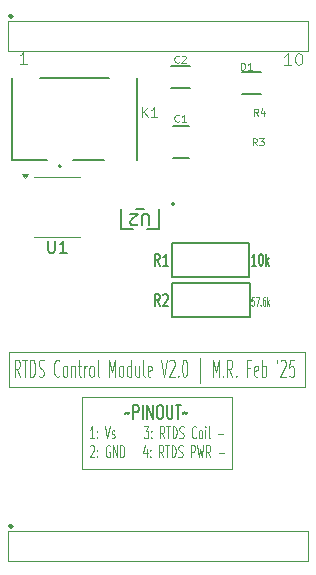
<source format=gbr>
%TF.GenerationSoftware,KiCad,Pcbnew,8.0.8*%
%TF.CreationDate,2025-02-16T23:44:15-05:00*%
%TF.ProjectId,RTDS Control Module V2.0,52544453-2043-46f6-9e74-726f6c204d6f,rev?*%
%TF.SameCoordinates,Original*%
%TF.FileFunction,Legend,Top*%
%TF.FilePolarity,Positive*%
%FSLAX46Y46*%
G04 Gerber Fmt 4.6, Leading zero omitted, Abs format (unit mm)*
G04 Created by KiCad (PCBNEW 8.0.8) date 2025-02-16 23:44:15*
%MOMM*%
%LPD*%
G01*
G04 APERTURE LIST*
%ADD10C,0.100000*%
%ADD11C,0.150000*%
%ADD12C,0.152400*%
%ADD13C,0.127000*%
%ADD14C,0.200000*%
%ADD15C,0.076200*%
%ADD16C,0.254000*%
%ADD17C,0.120000*%
G04 APERTURE END LIST*
D10*
X49600000Y-52200000D02*
X74700000Y-52200000D01*
X74700000Y-55100000D01*
X49600000Y-55100000D01*
X49600000Y-52200000D01*
X55800000Y-56000000D02*
X68500000Y-56000000D01*
X68500000Y-62100000D01*
X55800000Y-62100000D01*
X55800000Y-56000000D01*
X73485312Y-27872419D02*
X72913884Y-27872419D01*
X73199598Y-27872419D02*
X73199598Y-26872419D01*
X73199598Y-26872419D02*
X73104360Y-27015276D01*
X73104360Y-27015276D02*
X73009122Y-27110514D01*
X73009122Y-27110514D02*
X72913884Y-27158133D01*
X74104360Y-26872419D02*
X74199598Y-26872419D01*
X74199598Y-26872419D02*
X74294836Y-26920038D01*
X74294836Y-26920038D02*
X74342455Y-26967657D01*
X74342455Y-26967657D02*
X74390074Y-27062895D01*
X74390074Y-27062895D02*
X74437693Y-27253371D01*
X74437693Y-27253371D02*
X74437693Y-27491466D01*
X74437693Y-27491466D02*
X74390074Y-27681942D01*
X74390074Y-27681942D02*
X74342455Y-27777180D01*
X74342455Y-27777180D02*
X74294836Y-27824800D01*
X74294836Y-27824800D02*
X74199598Y-27872419D01*
X74199598Y-27872419D02*
X74104360Y-27872419D01*
X74104360Y-27872419D02*
X74009122Y-27824800D01*
X74009122Y-27824800D02*
X73961503Y-27777180D01*
X73961503Y-27777180D02*
X73913884Y-27681942D01*
X73913884Y-27681942D02*
X73866265Y-27491466D01*
X73866265Y-27491466D02*
X73866265Y-27253371D01*
X73866265Y-27253371D02*
X73913884Y-27062895D01*
X73913884Y-27062895D02*
X73961503Y-26967657D01*
X73961503Y-26967657D02*
X74009122Y-26920038D01*
X74009122Y-26920038D02*
X74104360Y-26872419D01*
X56822931Y-59462475D02*
X56480074Y-59462475D01*
X56651503Y-59462475D02*
X56651503Y-58462475D01*
X56651503Y-58462475D02*
X56594360Y-58605332D01*
X56594360Y-58605332D02*
X56537217Y-58700570D01*
X56537217Y-58700570D02*
X56480074Y-58748189D01*
X57080075Y-59367236D02*
X57108646Y-59414856D01*
X57108646Y-59414856D02*
X57080075Y-59462475D01*
X57080075Y-59462475D02*
X57051503Y-59414856D01*
X57051503Y-59414856D02*
X57080075Y-59367236D01*
X57080075Y-59367236D02*
X57080075Y-59462475D01*
X57080075Y-58843427D02*
X57108646Y-58891046D01*
X57108646Y-58891046D02*
X57080075Y-58938665D01*
X57080075Y-58938665D02*
X57051503Y-58891046D01*
X57051503Y-58891046D02*
X57080075Y-58843427D01*
X57080075Y-58843427D02*
X57080075Y-58938665D01*
X57737217Y-58462475D02*
X57937217Y-59462475D01*
X57937217Y-59462475D02*
X58137217Y-58462475D01*
X58308646Y-59414856D02*
X58365789Y-59462475D01*
X58365789Y-59462475D02*
X58480075Y-59462475D01*
X58480075Y-59462475D02*
X58537218Y-59414856D01*
X58537218Y-59414856D02*
X58565789Y-59319617D01*
X58565789Y-59319617D02*
X58565789Y-59271998D01*
X58565789Y-59271998D02*
X58537218Y-59176760D01*
X58537218Y-59176760D02*
X58480075Y-59129141D01*
X58480075Y-59129141D02*
X58394361Y-59129141D01*
X58394361Y-59129141D02*
X58337218Y-59081522D01*
X58337218Y-59081522D02*
X58308646Y-58986284D01*
X58308646Y-58986284D02*
X58308646Y-58938665D01*
X58308646Y-58938665D02*
X58337218Y-58843427D01*
X58337218Y-58843427D02*
X58394361Y-58795808D01*
X58394361Y-58795808D02*
X58480075Y-58795808D01*
X58480075Y-58795808D02*
X58537218Y-58843427D01*
X61051504Y-58462475D02*
X61422932Y-58462475D01*
X61422932Y-58462475D02*
X61222932Y-58843427D01*
X61222932Y-58843427D02*
X61308647Y-58843427D01*
X61308647Y-58843427D02*
X61365790Y-58891046D01*
X61365790Y-58891046D02*
X61394361Y-58938665D01*
X61394361Y-58938665D02*
X61422932Y-59033903D01*
X61422932Y-59033903D02*
X61422932Y-59271998D01*
X61422932Y-59271998D02*
X61394361Y-59367236D01*
X61394361Y-59367236D02*
X61365790Y-59414856D01*
X61365790Y-59414856D02*
X61308647Y-59462475D01*
X61308647Y-59462475D02*
X61137218Y-59462475D01*
X61137218Y-59462475D02*
X61080075Y-59414856D01*
X61080075Y-59414856D02*
X61051504Y-59367236D01*
X61680076Y-59367236D02*
X61708647Y-59414856D01*
X61708647Y-59414856D02*
X61680076Y-59462475D01*
X61680076Y-59462475D02*
X61651504Y-59414856D01*
X61651504Y-59414856D02*
X61680076Y-59367236D01*
X61680076Y-59367236D02*
X61680076Y-59462475D01*
X61680076Y-58843427D02*
X61708647Y-58891046D01*
X61708647Y-58891046D02*
X61680076Y-58938665D01*
X61680076Y-58938665D02*
X61651504Y-58891046D01*
X61651504Y-58891046D02*
X61680076Y-58843427D01*
X61680076Y-58843427D02*
X61680076Y-58938665D01*
X62765790Y-59462475D02*
X62565790Y-58986284D01*
X62422933Y-59462475D02*
X62422933Y-58462475D01*
X62422933Y-58462475D02*
X62651504Y-58462475D01*
X62651504Y-58462475D02*
X62708647Y-58510094D01*
X62708647Y-58510094D02*
X62737218Y-58557713D01*
X62737218Y-58557713D02*
X62765790Y-58652951D01*
X62765790Y-58652951D02*
X62765790Y-58795808D01*
X62765790Y-58795808D02*
X62737218Y-58891046D01*
X62737218Y-58891046D02*
X62708647Y-58938665D01*
X62708647Y-58938665D02*
X62651504Y-58986284D01*
X62651504Y-58986284D02*
X62422933Y-58986284D01*
X62937218Y-58462475D02*
X63280076Y-58462475D01*
X63108647Y-59462475D02*
X63108647Y-58462475D01*
X63480076Y-59462475D02*
X63480076Y-58462475D01*
X63480076Y-58462475D02*
X63622933Y-58462475D01*
X63622933Y-58462475D02*
X63708647Y-58510094D01*
X63708647Y-58510094D02*
X63765790Y-58605332D01*
X63765790Y-58605332D02*
X63794361Y-58700570D01*
X63794361Y-58700570D02*
X63822933Y-58891046D01*
X63822933Y-58891046D02*
X63822933Y-59033903D01*
X63822933Y-59033903D02*
X63794361Y-59224379D01*
X63794361Y-59224379D02*
X63765790Y-59319617D01*
X63765790Y-59319617D02*
X63708647Y-59414856D01*
X63708647Y-59414856D02*
X63622933Y-59462475D01*
X63622933Y-59462475D02*
X63480076Y-59462475D01*
X64051504Y-59414856D02*
X64137219Y-59462475D01*
X64137219Y-59462475D02*
X64280076Y-59462475D01*
X64280076Y-59462475D02*
X64337219Y-59414856D01*
X64337219Y-59414856D02*
X64365790Y-59367236D01*
X64365790Y-59367236D02*
X64394361Y-59271998D01*
X64394361Y-59271998D02*
X64394361Y-59176760D01*
X64394361Y-59176760D02*
X64365790Y-59081522D01*
X64365790Y-59081522D02*
X64337219Y-59033903D01*
X64337219Y-59033903D02*
X64280076Y-58986284D01*
X64280076Y-58986284D02*
X64165790Y-58938665D01*
X64165790Y-58938665D02*
X64108647Y-58891046D01*
X64108647Y-58891046D02*
X64080076Y-58843427D01*
X64080076Y-58843427D02*
X64051504Y-58748189D01*
X64051504Y-58748189D02*
X64051504Y-58652951D01*
X64051504Y-58652951D02*
X64080076Y-58557713D01*
X64080076Y-58557713D02*
X64108647Y-58510094D01*
X64108647Y-58510094D02*
X64165790Y-58462475D01*
X64165790Y-58462475D02*
X64308647Y-58462475D01*
X64308647Y-58462475D02*
X64394361Y-58510094D01*
X65451505Y-59367236D02*
X65422933Y-59414856D01*
X65422933Y-59414856D02*
X65337219Y-59462475D01*
X65337219Y-59462475D02*
X65280076Y-59462475D01*
X65280076Y-59462475D02*
X65194362Y-59414856D01*
X65194362Y-59414856D02*
X65137219Y-59319617D01*
X65137219Y-59319617D02*
X65108648Y-59224379D01*
X65108648Y-59224379D02*
X65080076Y-59033903D01*
X65080076Y-59033903D02*
X65080076Y-58891046D01*
X65080076Y-58891046D02*
X65108648Y-58700570D01*
X65108648Y-58700570D02*
X65137219Y-58605332D01*
X65137219Y-58605332D02*
X65194362Y-58510094D01*
X65194362Y-58510094D02*
X65280076Y-58462475D01*
X65280076Y-58462475D02*
X65337219Y-58462475D01*
X65337219Y-58462475D02*
X65422933Y-58510094D01*
X65422933Y-58510094D02*
X65451505Y-58557713D01*
X65794362Y-59462475D02*
X65737219Y-59414856D01*
X65737219Y-59414856D02*
X65708648Y-59367236D01*
X65708648Y-59367236D02*
X65680076Y-59271998D01*
X65680076Y-59271998D02*
X65680076Y-58986284D01*
X65680076Y-58986284D02*
X65708648Y-58891046D01*
X65708648Y-58891046D02*
X65737219Y-58843427D01*
X65737219Y-58843427D02*
X65794362Y-58795808D01*
X65794362Y-58795808D02*
X65880076Y-58795808D01*
X65880076Y-58795808D02*
X65937219Y-58843427D01*
X65937219Y-58843427D02*
X65965791Y-58891046D01*
X65965791Y-58891046D02*
X65994362Y-58986284D01*
X65994362Y-58986284D02*
X65994362Y-59271998D01*
X65994362Y-59271998D02*
X65965791Y-59367236D01*
X65965791Y-59367236D02*
X65937219Y-59414856D01*
X65937219Y-59414856D02*
X65880076Y-59462475D01*
X65880076Y-59462475D02*
X65794362Y-59462475D01*
X66251505Y-59462475D02*
X66251505Y-58795808D01*
X66251505Y-58462475D02*
X66222933Y-58510094D01*
X66222933Y-58510094D02*
X66251505Y-58557713D01*
X66251505Y-58557713D02*
X66280076Y-58510094D01*
X66280076Y-58510094D02*
X66251505Y-58462475D01*
X66251505Y-58462475D02*
X66251505Y-58557713D01*
X66622933Y-59462475D02*
X66565790Y-59414856D01*
X66565790Y-59414856D02*
X66537219Y-59319617D01*
X66537219Y-59319617D02*
X66537219Y-58462475D01*
X67308648Y-59081522D02*
X67765791Y-59081522D01*
X56480074Y-60167657D02*
X56508646Y-60120038D01*
X56508646Y-60120038D02*
X56565789Y-60072419D01*
X56565789Y-60072419D02*
X56708646Y-60072419D01*
X56708646Y-60072419D02*
X56765789Y-60120038D01*
X56765789Y-60120038D02*
X56794360Y-60167657D01*
X56794360Y-60167657D02*
X56822931Y-60262895D01*
X56822931Y-60262895D02*
X56822931Y-60358133D01*
X56822931Y-60358133D02*
X56794360Y-60500990D01*
X56794360Y-60500990D02*
X56451503Y-61072419D01*
X56451503Y-61072419D02*
X56822931Y-61072419D01*
X57080075Y-60977180D02*
X57108646Y-61024800D01*
X57108646Y-61024800D02*
X57080075Y-61072419D01*
X57080075Y-61072419D02*
X57051503Y-61024800D01*
X57051503Y-61024800D02*
X57080075Y-60977180D01*
X57080075Y-60977180D02*
X57080075Y-61072419D01*
X57080075Y-60453371D02*
X57108646Y-60500990D01*
X57108646Y-60500990D02*
X57080075Y-60548609D01*
X57080075Y-60548609D02*
X57051503Y-60500990D01*
X57051503Y-60500990D02*
X57080075Y-60453371D01*
X57080075Y-60453371D02*
X57080075Y-60548609D01*
X58137217Y-60120038D02*
X58080075Y-60072419D01*
X58080075Y-60072419D02*
X57994360Y-60072419D01*
X57994360Y-60072419D02*
X57908646Y-60120038D01*
X57908646Y-60120038D02*
X57851503Y-60215276D01*
X57851503Y-60215276D02*
X57822932Y-60310514D01*
X57822932Y-60310514D02*
X57794360Y-60500990D01*
X57794360Y-60500990D02*
X57794360Y-60643847D01*
X57794360Y-60643847D02*
X57822932Y-60834323D01*
X57822932Y-60834323D02*
X57851503Y-60929561D01*
X57851503Y-60929561D02*
X57908646Y-61024800D01*
X57908646Y-61024800D02*
X57994360Y-61072419D01*
X57994360Y-61072419D02*
X58051503Y-61072419D01*
X58051503Y-61072419D02*
X58137217Y-61024800D01*
X58137217Y-61024800D02*
X58165789Y-60977180D01*
X58165789Y-60977180D02*
X58165789Y-60643847D01*
X58165789Y-60643847D02*
X58051503Y-60643847D01*
X58422932Y-61072419D02*
X58422932Y-60072419D01*
X58422932Y-60072419D02*
X58765789Y-61072419D01*
X58765789Y-61072419D02*
X58765789Y-60072419D01*
X59051503Y-61072419D02*
X59051503Y-60072419D01*
X59051503Y-60072419D02*
X59194360Y-60072419D01*
X59194360Y-60072419D02*
X59280074Y-60120038D01*
X59280074Y-60120038D02*
X59337217Y-60215276D01*
X59337217Y-60215276D02*
X59365788Y-60310514D01*
X59365788Y-60310514D02*
X59394360Y-60500990D01*
X59394360Y-60500990D02*
X59394360Y-60643847D01*
X59394360Y-60643847D02*
X59365788Y-60834323D01*
X59365788Y-60834323D02*
X59337217Y-60929561D01*
X59337217Y-60929561D02*
X59280074Y-61024800D01*
X59280074Y-61024800D02*
X59194360Y-61072419D01*
X59194360Y-61072419D02*
X59051503Y-61072419D01*
X61280075Y-60405752D02*
X61280075Y-61072419D01*
X61137217Y-60024800D02*
X60994360Y-60739085D01*
X60994360Y-60739085D02*
X61365789Y-60739085D01*
X61594361Y-60977180D02*
X61622932Y-61024800D01*
X61622932Y-61024800D02*
X61594361Y-61072419D01*
X61594361Y-61072419D02*
X61565789Y-61024800D01*
X61565789Y-61024800D02*
X61594361Y-60977180D01*
X61594361Y-60977180D02*
X61594361Y-61072419D01*
X61594361Y-60453371D02*
X61622932Y-60500990D01*
X61622932Y-60500990D02*
X61594361Y-60548609D01*
X61594361Y-60548609D02*
X61565789Y-60500990D01*
X61565789Y-60500990D02*
X61594361Y-60453371D01*
X61594361Y-60453371D02*
X61594361Y-60548609D01*
X62680075Y-61072419D02*
X62480075Y-60596228D01*
X62337218Y-61072419D02*
X62337218Y-60072419D01*
X62337218Y-60072419D02*
X62565789Y-60072419D01*
X62565789Y-60072419D02*
X62622932Y-60120038D01*
X62622932Y-60120038D02*
X62651503Y-60167657D01*
X62651503Y-60167657D02*
X62680075Y-60262895D01*
X62680075Y-60262895D02*
X62680075Y-60405752D01*
X62680075Y-60405752D02*
X62651503Y-60500990D01*
X62651503Y-60500990D02*
X62622932Y-60548609D01*
X62622932Y-60548609D02*
X62565789Y-60596228D01*
X62565789Y-60596228D02*
X62337218Y-60596228D01*
X62851503Y-60072419D02*
X63194361Y-60072419D01*
X63022932Y-61072419D02*
X63022932Y-60072419D01*
X63394361Y-61072419D02*
X63394361Y-60072419D01*
X63394361Y-60072419D02*
X63537218Y-60072419D01*
X63537218Y-60072419D02*
X63622932Y-60120038D01*
X63622932Y-60120038D02*
X63680075Y-60215276D01*
X63680075Y-60215276D02*
X63708646Y-60310514D01*
X63708646Y-60310514D02*
X63737218Y-60500990D01*
X63737218Y-60500990D02*
X63737218Y-60643847D01*
X63737218Y-60643847D02*
X63708646Y-60834323D01*
X63708646Y-60834323D02*
X63680075Y-60929561D01*
X63680075Y-60929561D02*
X63622932Y-61024800D01*
X63622932Y-61024800D02*
X63537218Y-61072419D01*
X63537218Y-61072419D02*
X63394361Y-61072419D01*
X63965789Y-61024800D02*
X64051504Y-61072419D01*
X64051504Y-61072419D02*
X64194361Y-61072419D01*
X64194361Y-61072419D02*
X64251504Y-61024800D01*
X64251504Y-61024800D02*
X64280075Y-60977180D01*
X64280075Y-60977180D02*
X64308646Y-60881942D01*
X64308646Y-60881942D02*
X64308646Y-60786704D01*
X64308646Y-60786704D02*
X64280075Y-60691466D01*
X64280075Y-60691466D02*
X64251504Y-60643847D01*
X64251504Y-60643847D02*
X64194361Y-60596228D01*
X64194361Y-60596228D02*
X64080075Y-60548609D01*
X64080075Y-60548609D02*
X64022932Y-60500990D01*
X64022932Y-60500990D02*
X63994361Y-60453371D01*
X63994361Y-60453371D02*
X63965789Y-60358133D01*
X63965789Y-60358133D02*
X63965789Y-60262895D01*
X63965789Y-60262895D02*
X63994361Y-60167657D01*
X63994361Y-60167657D02*
X64022932Y-60120038D01*
X64022932Y-60120038D02*
X64080075Y-60072419D01*
X64080075Y-60072419D02*
X64222932Y-60072419D01*
X64222932Y-60072419D02*
X64308646Y-60120038D01*
X65022933Y-61072419D02*
X65022933Y-60072419D01*
X65022933Y-60072419D02*
X65251504Y-60072419D01*
X65251504Y-60072419D02*
X65308647Y-60120038D01*
X65308647Y-60120038D02*
X65337218Y-60167657D01*
X65337218Y-60167657D02*
X65365790Y-60262895D01*
X65365790Y-60262895D02*
X65365790Y-60405752D01*
X65365790Y-60405752D02*
X65337218Y-60500990D01*
X65337218Y-60500990D02*
X65308647Y-60548609D01*
X65308647Y-60548609D02*
X65251504Y-60596228D01*
X65251504Y-60596228D02*
X65022933Y-60596228D01*
X65565790Y-60072419D02*
X65708647Y-61072419D01*
X65708647Y-61072419D02*
X65822933Y-60358133D01*
X65822933Y-60358133D02*
X65937218Y-61072419D01*
X65937218Y-61072419D02*
X66080076Y-60072419D01*
X66651504Y-61072419D02*
X66451504Y-60596228D01*
X66308647Y-61072419D02*
X66308647Y-60072419D01*
X66308647Y-60072419D02*
X66537218Y-60072419D01*
X66537218Y-60072419D02*
X66594361Y-60120038D01*
X66594361Y-60120038D02*
X66622932Y-60167657D01*
X66622932Y-60167657D02*
X66651504Y-60262895D01*
X66651504Y-60262895D02*
X66651504Y-60405752D01*
X66651504Y-60405752D02*
X66622932Y-60500990D01*
X66622932Y-60500990D02*
X66594361Y-60548609D01*
X66594361Y-60548609D02*
X66537218Y-60596228D01*
X66537218Y-60596228D02*
X66308647Y-60596228D01*
X67365790Y-60691466D02*
X67822933Y-60691466D01*
D11*
X59456065Y-57388200D02*
X59494160Y-57331057D01*
X59494160Y-57331057D02*
X59570351Y-57273914D01*
X59570351Y-57273914D02*
X59722732Y-57388200D01*
X59722732Y-57388200D02*
X59798922Y-57331057D01*
X59798922Y-57331057D02*
X59837017Y-57273914D01*
X60141780Y-57845342D02*
X60141780Y-56645342D01*
X60141780Y-56645342D02*
X60446542Y-56645342D01*
X60446542Y-56645342D02*
X60522732Y-56702485D01*
X60522732Y-56702485D02*
X60560827Y-56759628D01*
X60560827Y-56759628D02*
X60598923Y-56873914D01*
X60598923Y-56873914D02*
X60598923Y-57045342D01*
X60598923Y-57045342D02*
X60560827Y-57159628D01*
X60560827Y-57159628D02*
X60522732Y-57216771D01*
X60522732Y-57216771D02*
X60446542Y-57273914D01*
X60446542Y-57273914D02*
X60141780Y-57273914D01*
X60941780Y-57845342D02*
X60941780Y-56645342D01*
X61322732Y-57845342D02*
X61322732Y-56645342D01*
X61322732Y-56645342D02*
X61779875Y-57845342D01*
X61779875Y-57845342D02*
X61779875Y-56645342D01*
X62313208Y-56645342D02*
X62465589Y-56645342D01*
X62465589Y-56645342D02*
X62541779Y-56702485D01*
X62541779Y-56702485D02*
X62617970Y-56816771D01*
X62617970Y-56816771D02*
X62656065Y-57045342D01*
X62656065Y-57045342D02*
X62656065Y-57445342D01*
X62656065Y-57445342D02*
X62617970Y-57673914D01*
X62617970Y-57673914D02*
X62541779Y-57788200D01*
X62541779Y-57788200D02*
X62465589Y-57845342D01*
X62465589Y-57845342D02*
X62313208Y-57845342D01*
X62313208Y-57845342D02*
X62237017Y-57788200D01*
X62237017Y-57788200D02*
X62160827Y-57673914D01*
X62160827Y-57673914D02*
X62122731Y-57445342D01*
X62122731Y-57445342D02*
X62122731Y-57045342D01*
X62122731Y-57045342D02*
X62160827Y-56816771D01*
X62160827Y-56816771D02*
X62237017Y-56702485D01*
X62237017Y-56702485D02*
X62313208Y-56645342D01*
X62998922Y-56645342D02*
X62998922Y-57616771D01*
X62998922Y-57616771D02*
X63037017Y-57731057D01*
X63037017Y-57731057D02*
X63075112Y-57788200D01*
X63075112Y-57788200D02*
X63151303Y-57845342D01*
X63151303Y-57845342D02*
X63303684Y-57845342D01*
X63303684Y-57845342D02*
X63379874Y-57788200D01*
X63379874Y-57788200D02*
X63417969Y-57731057D01*
X63417969Y-57731057D02*
X63456065Y-57616771D01*
X63456065Y-57616771D02*
X63456065Y-56645342D01*
X63722731Y-56645342D02*
X64179874Y-56645342D01*
X63951302Y-57845342D02*
X63951302Y-56645342D01*
X64332255Y-57388200D02*
X64370350Y-57331057D01*
X64370350Y-57331057D02*
X64446541Y-57273914D01*
X64446541Y-57273914D02*
X64598922Y-57388200D01*
X64598922Y-57388200D02*
X64675112Y-57331057D01*
X64675112Y-57331057D02*
X64713207Y-57273914D01*
X70542856Y-44854819D02*
X70199999Y-44854819D01*
X70371428Y-44854819D02*
X70371428Y-43854819D01*
X70371428Y-43854819D02*
X70314285Y-43997676D01*
X70314285Y-43997676D02*
X70257142Y-44092914D01*
X70257142Y-44092914D02*
X70199999Y-44140533D01*
X70914285Y-43854819D02*
X70971428Y-43854819D01*
X70971428Y-43854819D02*
X71028571Y-43902438D01*
X71028571Y-43902438D02*
X71057143Y-43950057D01*
X71057143Y-43950057D02*
X71085714Y-44045295D01*
X71085714Y-44045295D02*
X71114285Y-44235771D01*
X71114285Y-44235771D02*
X71114285Y-44473866D01*
X71114285Y-44473866D02*
X71085714Y-44664342D01*
X71085714Y-44664342D02*
X71057143Y-44759580D01*
X71057143Y-44759580D02*
X71028571Y-44807200D01*
X71028571Y-44807200D02*
X70971428Y-44854819D01*
X70971428Y-44854819D02*
X70914285Y-44854819D01*
X70914285Y-44854819D02*
X70857143Y-44807200D01*
X70857143Y-44807200D02*
X70828571Y-44759580D01*
X70828571Y-44759580D02*
X70800000Y-44664342D01*
X70800000Y-44664342D02*
X70771428Y-44473866D01*
X70771428Y-44473866D02*
X70771428Y-44235771D01*
X70771428Y-44235771D02*
X70800000Y-44045295D01*
X70800000Y-44045295D02*
X70828571Y-43950057D01*
X70828571Y-43950057D02*
X70857143Y-43902438D01*
X70857143Y-43902438D02*
X70914285Y-43854819D01*
X71371429Y-44854819D02*
X71371429Y-43854819D01*
X71428572Y-44473866D02*
X71600000Y-44854819D01*
X71600000Y-44188152D02*
X71371429Y-44569104D01*
D10*
X51101503Y-27772419D02*
X50530075Y-27772419D01*
X50815789Y-27772419D02*
X50815789Y-26772419D01*
X50815789Y-26772419D02*
X50720551Y-26915276D01*
X50720551Y-26915276D02*
X50625313Y-27010514D01*
X50625313Y-27010514D02*
X50530075Y-27058133D01*
X50522931Y-54311228D02*
X50272931Y-53596942D01*
X50094360Y-54311228D02*
X50094360Y-52811228D01*
X50094360Y-52811228D02*
X50380074Y-52811228D01*
X50380074Y-52811228D02*
X50451503Y-52882657D01*
X50451503Y-52882657D02*
X50487217Y-52954085D01*
X50487217Y-52954085D02*
X50522931Y-53096942D01*
X50522931Y-53096942D02*
X50522931Y-53311228D01*
X50522931Y-53311228D02*
X50487217Y-53454085D01*
X50487217Y-53454085D02*
X50451503Y-53525514D01*
X50451503Y-53525514D02*
X50380074Y-53596942D01*
X50380074Y-53596942D02*
X50094360Y-53596942D01*
X50737217Y-52811228D02*
X51165789Y-52811228D01*
X50951503Y-54311228D02*
X50951503Y-52811228D01*
X51415789Y-54311228D02*
X51415789Y-52811228D01*
X51415789Y-52811228D02*
X51594360Y-52811228D01*
X51594360Y-52811228D02*
X51701503Y-52882657D01*
X51701503Y-52882657D02*
X51772932Y-53025514D01*
X51772932Y-53025514D02*
X51808646Y-53168371D01*
X51808646Y-53168371D02*
X51844360Y-53454085D01*
X51844360Y-53454085D02*
X51844360Y-53668371D01*
X51844360Y-53668371D02*
X51808646Y-53954085D01*
X51808646Y-53954085D02*
X51772932Y-54096942D01*
X51772932Y-54096942D02*
X51701503Y-54239800D01*
X51701503Y-54239800D02*
X51594360Y-54311228D01*
X51594360Y-54311228D02*
X51415789Y-54311228D01*
X52130075Y-54239800D02*
X52237218Y-54311228D01*
X52237218Y-54311228D02*
X52415789Y-54311228D01*
X52415789Y-54311228D02*
X52487218Y-54239800D01*
X52487218Y-54239800D02*
X52522932Y-54168371D01*
X52522932Y-54168371D02*
X52558646Y-54025514D01*
X52558646Y-54025514D02*
X52558646Y-53882657D01*
X52558646Y-53882657D02*
X52522932Y-53739800D01*
X52522932Y-53739800D02*
X52487218Y-53668371D01*
X52487218Y-53668371D02*
X52415789Y-53596942D01*
X52415789Y-53596942D02*
X52272932Y-53525514D01*
X52272932Y-53525514D02*
X52201503Y-53454085D01*
X52201503Y-53454085D02*
X52165789Y-53382657D01*
X52165789Y-53382657D02*
X52130075Y-53239800D01*
X52130075Y-53239800D02*
X52130075Y-53096942D01*
X52130075Y-53096942D02*
X52165789Y-52954085D01*
X52165789Y-52954085D02*
X52201503Y-52882657D01*
X52201503Y-52882657D02*
X52272932Y-52811228D01*
X52272932Y-52811228D02*
X52451503Y-52811228D01*
X52451503Y-52811228D02*
X52558646Y-52882657D01*
X53880075Y-54168371D02*
X53844361Y-54239800D01*
X53844361Y-54239800D02*
X53737218Y-54311228D01*
X53737218Y-54311228D02*
X53665790Y-54311228D01*
X53665790Y-54311228D02*
X53558647Y-54239800D01*
X53558647Y-54239800D02*
X53487218Y-54096942D01*
X53487218Y-54096942D02*
X53451504Y-53954085D01*
X53451504Y-53954085D02*
X53415790Y-53668371D01*
X53415790Y-53668371D02*
X53415790Y-53454085D01*
X53415790Y-53454085D02*
X53451504Y-53168371D01*
X53451504Y-53168371D02*
X53487218Y-53025514D01*
X53487218Y-53025514D02*
X53558647Y-52882657D01*
X53558647Y-52882657D02*
X53665790Y-52811228D01*
X53665790Y-52811228D02*
X53737218Y-52811228D01*
X53737218Y-52811228D02*
X53844361Y-52882657D01*
X53844361Y-52882657D02*
X53880075Y-52954085D01*
X54308647Y-54311228D02*
X54237218Y-54239800D01*
X54237218Y-54239800D02*
X54201504Y-54168371D01*
X54201504Y-54168371D02*
X54165790Y-54025514D01*
X54165790Y-54025514D02*
X54165790Y-53596942D01*
X54165790Y-53596942D02*
X54201504Y-53454085D01*
X54201504Y-53454085D02*
X54237218Y-53382657D01*
X54237218Y-53382657D02*
X54308647Y-53311228D01*
X54308647Y-53311228D02*
X54415790Y-53311228D01*
X54415790Y-53311228D02*
X54487218Y-53382657D01*
X54487218Y-53382657D02*
X54522933Y-53454085D01*
X54522933Y-53454085D02*
X54558647Y-53596942D01*
X54558647Y-53596942D02*
X54558647Y-54025514D01*
X54558647Y-54025514D02*
X54522933Y-54168371D01*
X54522933Y-54168371D02*
X54487218Y-54239800D01*
X54487218Y-54239800D02*
X54415790Y-54311228D01*
X54415790Y-54311228D02*
X54308647Y-54311228D01*
X54880075Y-53311228D02*
X54880075Y-54311228D01*
X54880075Y-53454085D02*
X54915789Y-53382657D01*
X54915789Y-53382657D02*
X54987218Y-53311228D01*
X54987218Y-53311228D02*
X55094361Y-53311228D01*
X55094361Y-53311228D02*
X55165789Y-53382657D01*
X55165789Y-53382657D02*
X55201504Y-53525514D01*
X55201504Y-53525514D02*
X55201504Y-54311228D01*
X55451503Y-53311228D02*
X55737217Y-53311228D01*
X55558646Y-52811228D02*
X55558646Y-54096942D01*
X55558646Y-54096942D02*
X55594360Y-54239800D01*
X55594360Y-54239800D02*
X55665789Y-54311228D01*
X55665789Y-54311228D02*
X55737217Y-54311228D01*
X55987217Y-54311228D02*
X55987217Y-53311228D01*
X55987217Y-53596942D02*
X56022931Y-53454085D01*
X56022931Y-53454085D02*
X56058646Y-53382657D01*
X56058646Y-53382657D02*
X56130074Y-53311228D01*
X56130074Y-53311228D02*
X56201503Y-53311228D01*
X56558646Y-54311228D02*
X56487217Y-54239800D01*
X56487217Y-54239800D02*
X56451503Y-54168371D01*
X56451503Y-54168371D02*
X56415789Y-54025514D01*
X56415789Y-54025514D02*
X56415789Y-53596942D01*
X56415789Y-53596942D02*
X56451503Y-53454085D01*
X56451503Y-53454085D02*
X56487217Y-53382657D01*
X56487217Y-53382657D02*
X56558646Y-53311228D01*
X56558646Y-53311228D02*
X56665789Y-53311228D01*
X56665789Y-53311228D02*
X56737217Y-53382657D01*
X56737217Y-53382657D02*
X56772932Y-53454085D01*
X56772932Y-53454085D02*
X56808646Y-53596942D01*
X56808646Y-53596942D02*
X56808646Y-54025514D01*
X56808646Y-54025514D02*
X56772932Y-54168371D01*
X56772932Y-54168371D02*
X56737217Y-54239800D01*
X56737217Y-54239800D02*
X56665789Y-54311228D01*
X56665789Y-54311228D02*
X56558646Y-54311228D01*
X57237217Y-54311228D02*
X57165788Y-54239800D01*
X57165788Y-54239800D02*
X57130074Y-54096942D01*
X57130074Y-54096942D02*
X57130074Y-52811228D01*
X58094360Y-54311228D02*
X58094360Y-52811228D01*
X58094360Y-52811228D02*
X58344360Y-53882657D01*
X58344360Y-53882657D02*
X58594360Y-52811228D01*
X58594360Y-52811228D02*
X58594360Y-54311228D01*
X59058646Y-54311228D02*
X58987217Y-54239800D01*
X58987217Y-54239800D02*
X58951503Y-54168371D01*
X58951503Y-54168371D02*
X58915789Y-54025514D01*
X58915789Y-54025514D02*
X58915789Y-53596942D01*
X58915789Y-53596942D02*
X58951503Y-53454085D01*
X58951503Y-53454085D02*
X58987217Y-53382657D01*
X58987217Y-53382657D02*
X59058646Y-53311228D01*
X59058646Y-53311228D02*
X59165789Y-53311228D01*
X59165789Y-53311228D02*
X59237217Y-53382657D01*
X59237217Y-53382657D02*
X59272932Y-53454085D01*
X59272932Y-53454085D02*
X59308646Y-53596942D01*
X59308646Y-53596942D02*
X59308646Y-54025514D01*
X59308646Y-54025514D02*
X59272932Y-54168371D01*
X59272932Y-54168371D02*
X59237217Y-54239800D01*
X59237217Y-54239800D02*
X59165789Y-54311228D01*
X59165789Y-54311228D02*
X59058646Y-54311228D01*
X59951503Y-54311228D02*
X59951503Y-52811228D01*
X59951503Y-54239800D02*
X59880074Y-54311228D01*
X59880074Y-54311228D02*
X59737217Y-54311228D01*
X59737217Y-54311228D02*
X59665788Y-54239800D01*
X59665788Y-54239800D02*
X59630074Y-54168371D01*
X59630074Y-54168371D02*
X59594360Y-54025514D01*
X59594360Y-54025514D02*
X59594360Y-53596942D01*
X59594360Y-53596942D02*
X59630074Y-53454085D01*
X59630074Y-53454085D02*
X59665788Y-53382657D01*
X59665788Y-53382657D02*
X59737217Y-53311228D01*
X59737217Y-53311228D02*
X59880074Y-53311228D01*
X59880074Y-53311228D02*
X59951503Y-53382657D01*
X60630074Y-53311228D02*
X60630074Y-54311228D01*
X60308645Y-53311228D02*
X60308645Y-54096942D01*
X60308645Y-54096942D02*
X60344359Y-54239800D01*
X60344359Y-54239800D02*
X60415788Y-54311228D01*
X60415788Y-54311228D02*
X60522931Y-54311228D01*
X60522931Y-54311228D02*
X60594359Y-54239800D01*
X60594359Y-54239800D02*
X60630074Y-54168371D01*
X61094359Y-54311228D02*
X61022930Y-54239800D01*
X61022930Y-54239800D02*
X60987216Y-54096942D01*
X60987216Y-54096942D02*
X60987216Y-52811228D01*
X61665787Y-54239800D02*
X61594359Y-54311228D01*
X61594359Y-54311228D02*
X61451502Y-54311228D01*
X61451502Y-54311228D02*
X61380073Y-54239800D01*
X61380073Y-54239800D02*
X61344359Y-54096942D01*
X61344359Y-54096942D02*
X61344359Y-53525514D01*
X61344359Y-53525514D02*
X61380073Y-53382657D01*
X61380073Y-53382657D02*
X61451502Y-53311228D01*
X61451502Y-53311228D02*
X61594359Y-53311228D01*
X61594359Y-53311228D02*
X61665787Y-53382657D01*
X61665787Y-53382657D02*
X61701502Y-53525514D01*
X61701502Y-53525514D02*
X61701502Y-53668371D01*
X61701502Y-53668371D02*
X61344359Y-53811228D01*
X62487216Y-52811228D02*
X62737216Y-54311228D01*
X62737216Y-54311228D02*
X62987216Y-52811228D01*
X63201502Y-52954085D02*
X63237216Y-52882657D01*
X63237216Y-52882657D02*
X63308645Y-52811228D01*
X63308645Y-52811228D02*
X63487216Y-52811228D01*
X63487216Y-52811228D02*
X63558645Y-52882657D01*
X63558645Y-52882657D02*
X63594359Y-52954085D01*
X63594359Y-52954085D02*
X63630073Y-53096942D01*
X63630073Y-53096942D02*
X63630073Y-53239800D01*
X63630073Y-53239800D02*
X63594359Y-53454085D01*
X63594359Y-53454085D02*
X63165787Y-54311228D01*
X63165787Y-54311228D02*
X63630073Y-54311228D01*
X63951502Y-54168371D02*
X63987216Y-54239800D01*
X63987216Y-54239800D02*
X63951502Y-54311228D01*
X63951502Y-54311228D02*
X63915788Y-54239800D01*
X63915788Y-54239800D02*
X63951502Y-54168371D01*
X63951502Y-54168371D02*
X63951502Y-54311228D01*
X64451502Y-52811228D02*
X64522931Y-52811228D01*
X64522931Y-52811228D02*
X64594359Y-52882657D01*
X64594359Y-52882657D02*
X64630074Y-52954085D01*
X64630074Y-52954085D02*
X64665788Y-53096942D01*
X64665788Y-53096942D02*
X64701502Y-53382657D01*
X64701502Y-53382657D02*
X64701502Y-53739800D01*
X64701502Y-53739800D02*
X64665788Y-54025514D01*
X64665788Y-54025514D02*
X64630074Y-54168371D01*
X64630074Y-54168371D02*
X64594359Y-54239800D01*
X64594359Y-54239800D02*
X64522931Y-54311228D01*
X64522931Y-54311228D02*
X64451502Y-54311228D01*
X64451502Y-54311228D02*
X64380074Y-54239800D01*
X64380074Y-54239800D02*
X64344359Y-54168371D01*
X64344359Y-54168371D02*
X64308645Y-54025514D01*
X64308645Y-54025514D02*
X64272931Y-53739800D01*
X64272931Y-53739800D02*
X64272931Y-53382657D01*
X64272931Y-53382657D02*
X64308645Y-53096942D01*
X64308645Y-53096942D02*
X64344359Y-52954085D01*
X64344359Y-52954085D02*
X64380074Y-52882657D01*
X64380074Y-52882657D02*
X64451502Y-52811228D01*
X65772931Y-54811228D02*
X65772931Y-52668371D01*
X66880075Y-54311228D02*
X66880075Y-52811228D01*
X66880075Y-52811228D02*
X67130075Y-53882657D01*
X67130075Y-53882657D02*
X67380075Y-52811228D01*
X67380075Y-52811228D02*
X67380075Y-54311228D01*
X67737218Y-54168371D02*
X67772932Y-54239800D01*
X67772932Y-54239800D02*
X67737218Y-54311228D01*
X67737218Y-54311228D02*
X67701504Y-54239800D01*
X67701504Y-54239800D02*
X67737218Y-54168371D01*
X67737218Y-54168371D02*
X67737218Y-54311228D01*
X68522932Y-54311228D02*
X68272932Y-53596942D01*
X68094361Y-54311228D02*
X68094361Y-52811228D01*
X68094361Y-52811228D02*
X68380075Y-52811228D01*
X68380075Y-52811228D02*
X68451504Y-52882657D01*
X68451504Y-52882657D02*
X68487218Y-52954085D01*
X68487218Y-52954085D02*
X68522932Y-53096942D01*
X68522932Y-53096942D02*
X68522932Y-53311228D01*
X68522932Y-53311228D02*
X68487218Y-53454085D01*
X68487218Y-53454085D02*
X68451504Y-53525514D01*
X68451504Y-53525514D02*
X68380075Y-53596942D01*
X68380075Y-53596942D02*
X68094361Y-53596942D01*
X68844361Y-54168371D02*
X68880075Y-54239800D01*
X68880075Y-54239800D02*
X68844361Y-54311228D01*
X68844361Y-54311228D02*
X68808647Y-54239800D01*
X68808647Y-54239800D02*
X68844361Y-54168371D01*
X68844361Y-54168371D02*
X68844361Y-54311228D01*
X70022933Y-53525514D02*
X69772933Y-53525514D01*
X69772933Y-54311228D02*
X69772933Y-52811228D01*
X69772933Y-52811228D02*
X70130076Y-52811228D01*
X70701504Y-54239800D02*
X70630076Y-54311228D01*
X70630076Y-54311228D02*
X70487219Y-54311228D01*
X70487219Y-54311228D02*
X70415790Y-54239800D01*
X70415790Y-54239800D02*
X70380076Y-54096942D01*
X70380076Y-54096942D02*
X70380076Y-53525514D01*
X70380076Y-53525514D02*
X70415790Y-53382657D01*
X70415790Y-53382657D02*
X70487219Y-53311228D01*
X70487219Y-53311228D02*
X70630076Y-53311228D01*
X70630076Y-53311228D02*
X70701504Y-53382657D01*
X70701504Y-53382657D02*
X70737219Y-53525514D01*
X70737219Y-53525514D02*
X70737219Y-53668371D01*
X70737219Y-53668371D02*
X70380076Y-53811228D01*
X71058647Y-54311228D02*
X71058647Y-52811228D01*
X71058647Y-53382657D02*
X71130076Y-53311228D01*
X71130076Y-53311228D02*
X71272933Y-53311228D01*
X71272933Y-53311228D02*
X71344361Y-53382657D01*
X71344361Y-53382657D02*
X71380076Y-53454085D01*
X71380076Y-53454085D02*
X71415790Y-53596942D01*
X71415790Y-53596942D02*
X71415790Y-54025514D01*
X71415790Y-54025514D02*
X71380076Y-54168371D01*
X71380076Y-54168371D02*
X71344361Y-54239800D01*
X71344361Y-54239800D02*
X71272933Y-54311228D01*
X71272933Y-54311228D02*
X71130076Y-54311228D01*
X71130076Y-54311228D02*
X71058647Y-54239800D01*
X72344361Y-52811228D02*
X72272933Y-53096942D01*
X72630076Y-52954085D02*
X72665790Y-52882657D01*
X72665790Y-52882657D02*
X72737219Y-52811228D01*
X72737219Y-52811228D02*
X72915790Y-52811228D01*
X72915790Y-52811228D02*
X72987219Y-52882657D01*
X72987219Y-52882657D02*
X73022933Y-52954085D01*
X73022933Y-52954085D02*
X73058647Y-53096942D01*
X73058647Y-53096942D02*
X73058647Y-53239800D01*
X73058647Y-53239800D02*
X73022933Y-53454085D01*
X73022933Y-53454085D02*
X72594361Y-54311228D01*
X72594361Y-54311228D02*
X73058647Y-54311228D01*
X73737219Y-52811228D02*
X73380076Y-52811228D01*
X73380076Y-52811228D02*
X73344362Y-53525514D01*
X73344362Y-53525514D02*
X73380076Y-53454085D01*
X73380076Y-53454085D02*
X73451505Y-53382657D01*
X73451505Y-53382657D02*
X73630076Y-53382657D01*
X73630076Y-53382657D02*
X73701505Y-53454085D01*
X73701505Y-53454085D02*
X73737219Y-53525514D01*
X73737219Y-53525514D02*
X73772933Y-53668371D01*
X73772933Y-53668371D02*
X73772933Y-54025514D01*
X73772933Y-54025514D02*
X73737219Y-54168371D01*
X73737219Y-54168371D02*
X73701505Y-54239800D01*
X73701505Y-54239800D02*
X73630076Y-54311228D01*
X73630076Y-54311228D02*
X73451505Y-54311228D01*
X73451505Y-54311228D02*
X73380076Y-54239800D01*
X73380076Y-54239800D02*
X73344362Y-54168371D01*
X70357143Y-47491764D02*
X70166667Y-47491764D01*
X70166667Y-47491764D02*
X70147619Y-47848907D01*
X70147619Y-47848907D02*
X70166667Y-47813192D01*
X70166667Y-47813192D02*
X70204762Y-47777478D01*
X70204762Y-47777478D02*
X70300000Y-47777478D01*
X70300000Y-47777478D02*
X70338095Y-47813192D01*
X70338095Y-47813192D02*
X70357143Y-47848907D01*
X70357143Y-47848907D02*
X70376190Y-47920335D01*
X70376190Y-47920335D02*
X70376190Y-48098907D01*
X70376190Y-48098907D02*
X70357143Y-48170335D01*
X70357143Y-48170335D02*
X70338095Y-48206050D01*
X70338095Y-48206050D02*
X70300000Y-48241764D01*
X70300000Y-48241764D02*
X70204762Y-48241764D01*
X70204762Y-48241764D02*
X70166667Y-48206050D01*
X70166667Y-48206050D02*
X70147619Y-48170335D01*
X70509523Y-47491764D02*
X70776190Y-47491764D01*
X70776190Y-47491764D02*
X70604761Y-48241764D01*
X70928571Y-48170335D02*
X70947618Y-48206050D01*
X70947618Y-48206050D02*
X70928571Y-48241764D01*
X70928571Y-48241764D02*
X70909523Y-48206050D01*
X70909523Y-48206050D02*
X70928571Y-48170335D01*
X70928571Y-48170335D02*
X70928571Y-48241764D01*
X71290475Y-47491764D02*
X71214285Y-47491764D01*
X71214285Y-47491764D02*
X71176189Y-47527478D01*
X71176189Y-47527478D02*
X71157142Y-47563192D01*
X71157142Y-47563192D02*
X71119047Y-47670335D01*
X71119047Y-47670335D02*
X71099999Y-47813192D01*
X71099999Y-47813192D02*
X71099999Y-48098907D01*
X71099999Y-48098907D02*
X71119047Y-48170335D01*
X71119047Y-48170335D02*
X71138094Y-48206050D01*
X71138094Y-48206050D02*
X71176189Y-48241764D01*
X71176189Y-48241764D02*
X71252380Y-48241764D01*
X71252380Y-48241764D02*
X71290475Y-48206050D01*
X71290475Y-48206050D02*
X71309523Y-48170335D01*
X71309523Y-48170335D02*
X71328570Y-48098907D01*
X71328570Y-48098907D02*
X71328570Y-47920335D01*
X71328570Y-47920335D02*
X71309523Y-47848907D01*
X71309523Y-47848907D02*
X71290475Y-47813192D01*
X71290475Y-47813192D02*
X71252380Y-47777478D01*
X71252380Y-47777478D02*
X71176189Y-47777478D01*
X71176189Y-47777478D02*
X71138094Y-47813192D01*
X71138094Y-47813192D02*
X71119047Y-47848907D01*
X71119047Y-47848907D02*
X71099999Y-47920335D01*
X71499999Y-48241764D02*
X71499999Y-47491764D01*
X71538094Y-47956050D02*
X71652380Y-48241764D01*
X71652380Y-47741764D02*
X71499999Y-48027478D01*
X70700000Y-32172371D02*
X70500000Y-31886657D01*
X70357143Y-32172371D02*
X70357143Y-31572371D01*
X70357143Y-31572371D02*
X70585714Y-31572371D01*
X70585714Y-31572371D02*
X70642857Y-31600942D01*
X70642857Y-31600942D02*
X70671428Y-31629514D01*
X70671428Y-31629514D02*
X70700000Y-31686657D01*
X70700000Y-31686657D02*
X70700000Y-31772371D01*
X70700000Y-31772371D02*
X70671428Y-31829514D01*
X70671428Y-31829514D02*
X70642857Y-31858085D01*
X70642857Y-31858085D02*
X70585714Y-31886657D01*
X70585714Y-31886657D02*
X70357143Y-31886657D01*
X71214286Y-31772371D02*
X71214286Y-32172371D01*
X71071428Y-31543800D02*
X70928571Y-31972371D01*
X70928571Y-31972371D02*
X71300000Y-31972371D01*
D11*
X61461904Y-41451380D02*
X61461904Y-40641857D01*
X61461904Y-40641857D02*
X61414285Y-40546619D01*
X61414285Y-40546619D02*
X61366666Y-40499000D01*
X61366666Y-40499000D02*
X61271428Y-40451380D01*
X61271428Y-40451380D02*
X61080952Y-40451380D01*
X61080952Y-40451380D02*
X60985714Y-40499000D01*
X60985714Y-40499000D02*
X60938095Y-40546619D01*
X60938095Y-40546619D02*
X60890476Y-40641857D01*
X60890476Y-40641857D02*
X60890476Y-41451380D01*
X60461904Y-41356142D02*
X60414285Y-41403761D01*
X60414285Y-41403761D02*
X60319047Y-41451380D01*
X60319047Y-41451380D02*
X60080952Y-41451380D01*
X60080952Y-41451380D02*
X59985714Y-41403761D01*
X59985714Y-41403761D02*
X59938095Y-41356142D01*
X59938095Y-41356142D02*
X59890476Y-41260904D01*
X59890476Y-41260904D02*
X59890476Y-41165666D01*
X59890476Y-41165666D02*
X59938095Y-41022809D01*
X59938095Y-41022809D02*
X60509523Y-40451380D01*
X60509523Y-40451380D02*
X59890476Y-40451380D01*
D10*
X69257143Y-28272371D02*
X69257143Y-27672371D01*
X69257143Y-27672371D02*
X69400000Y-27672371D01*
X69400000Y-27672371D02*
X69485714Y-27700942D01*
X69485714Y-27700942D02*
X69542857Y-27758085D01*
X69542857Y-27758085D02*
X69571428Y-27815228D01*
X69571428Y-27815228D02*
X69600000Y-27929514D01*
X69600000Y-27929514D02*
X69600000Y-28015228D01*
X69600000Y-28015228D02*
X69571428Y-28129514D01*
X69571428Y-28129514D02*
X69542857Y-28186657D01*
X69542857Y-28186657D02*
X69485714Y-28243800D01*
X69485714Y-28243800D02*
X69400000Y-28272371D01*
X69400000Y-28272371D02*
X69257143Y-28272371D01*
X70171428Y-28272371D02*
X69828571Y-28272371D01*
X70000000Y-28272371D02*
X70000000Y-27672371D01*
X70000000Y-27672371D02*
X69942857Y-27758085D01*
X69942857Y-27758085D02*
X69885714Y-27815228D01*
X69885714Y-27815228D02*
X69828571Y-27843800D01*
D11*
X62374999Y-48254819D02*
X62124999Y-47778628D01*
X61946428Y-48254819D02*
X61946428Y-47254819D01*
X61946428Y-47254819D02*
X62232142Y-47254819D01*
X62232142Y-47254819D02*
X62303571Y-47302438D01*
X62303571Y-47302438D02*
X62339285Y-47350057D01*
X62339285Y-47350057D02*
X62374999Y-47445295D01*
X62374999Y-47445295D02*
X62374999Y-47588152D01*
X62374999Y-47588152D02*
X62339285Y-47683390D01*
X62339285Y-47683390D02*
X62303571Y-47731009D01*
X62303571Y-47731009D02*
X62232142Y-47778628D01*
X62232142Y-47778628D02*
X61946428Y-47778628D01*
X62660714Y-47350057D02*
X62696428Y-47302438D01*
X62696428Y-47302438D02*
X62767857Y-47254819D01*
X62767857Y-47254819D02*
X62946428Y-47254819D01*
X62946428Y-47254819D02*
X63017857Y-47302438D01*
X63017857Y-47302438D02*
X63053571Y-47350057D01*
X63053571Y-47350057D02*
X63089285Y-47445295D01*
X63089285Y-47445295D02*
X63089285Y-47540533D01*
X63089285Y-47540533D02*
X63053571Y-47683390D01*
X63053571Y-47683390D02*
X62624999Y-48254819D01*
X62624999Y-48254819D02*
X63089285Y-48254819D01*
D10*
X60909524Y-32264895D02*
X60909524Y-31464895D01*
X61366667Y-32264895D02*
X61023809Y-31807752D01*
X61366667Y-31464895D02*
X60909524Y-31922038D01*
X62128571Y-32264895D02*
X61671428Y-32264895D01*
X61900000Y-32264895D02*
X61900000Y-31464895D01*
X61900000Y-31464895D02*
X61823809Y-31579180D01*
X61823809Y-31579180D02*
X61747619Y-31655371D01*
X61747619Y-31655371D02*
X61671428Y-31693466D01*
X64000000Y-32615228D02*
X63971428Y-32643800D01*
X63971428Y-32643800D02*
X63885714Y-32672371D01*
X63885714Y-32672371D02*
X63828571Y-32672371D01*
X63828571Y-32672371D02*
X63742857Y-32643800D01*
X63742857Y-32643800D02*
X63685714Y-32586657D01*
X63685714Y-32586657D02*
X63657143Y-32529514D01*
X63657143Y-32529514D02*
X63628571Y-32415228D01*
X63628571Y-32415228D02*
X63628571Y-32329514D01*
X63628571Y-32329514D02*
X63657143Y-32215228D01*
X63657143Y-32215228D02*
X63685714Y-32158085D01*
X63685714Y-32158085D02*
X63742857Y-32100942D01*
X63742857Y-32100942D02*
X63828571Y-32072371D01*
X63828571Y-32072371D02*
X63885714Y-32072371D01*
X63885714Y-32072371D02*
X63971428Y-32100942D01*
X63971428Y-32100942D02*
X64000000Y-32129514D01*
X64571428Y-32672371D02*
X64228571Y-32672371D01*
X64400000Y-32672371D02*
X64400000Y-32072371D01*
X64400000Y-32072371D02*
X64342857Y-32158085D01*
X64342857Y-32158085D02*
X64285714Y-32215228D01*
X64285714Y-32215228D02*
X64228571Y-32243800D01*
D11*
X62374999Y-44854819D02*
X62124999Y-44378628D01*
X61946428Y-44854819D02*
X61946428Y-43854819D01*
X61946428Y-43854819D02*
X62232142Y-43854819D01*
X62232142Y-43854819D02*
X62303571Y-43902438D01*
X62303571Y-43902438D02*
X62339285Y-43950057D01*
X62339285Y-43950057D02*
X62374999Y-44045295D01*
X62374999Y-44045295D02*
X62374999Y-44188152D01*
X62374999Y-44188152D02*
X62339285Y-44283390D01*
X62339285Y-44283390D02*
X62303571Y-44331009D01*
X62303571Y-44331009D02*
X62232142Y-44378628D01*
X62232142Y-44378628D02*
X61946428Y-44378628D01*
X63089285Y-44854819D02*
X62660714Y-44854819D01*
X62874999Y-44854819D02*
X62874999Y-43854819D01*
X62874999Y-43854819D02*
X62803571Y-43997676D01*
X62803571Y-43997676D02*
X62732142Y-44092914D01*
X62732142Y-44092914D02*
X62660714Y-44140533D01*
X52938095Y-42754819D02*
X52938095Y-43564342D01*
X52938095Y-43564342D02*
X52985714Y-43659580D01*
X52985714Y-43659580D02*
X53033333Y-43707200D01*
X53033333Y-43707200D02*
X53128571Y-43754819D01*
X53128571Y-43754819D02*
X53319047Y-43754819D01*
X53319047Y-43754819D02*
X53414285Y-43707200D01*
X53414285Y-43707200D02*
X53461904Y-43659580D01*
X53461904Y-43659580D02*
X53509523Y-43564342D01*
X53509523Y-43564342D02*
X53509523Y-42754819D01*
X54509523Y-43754819D02*
X53938095Y-43754819D01*
X54223809Y-43754819D02*
X54223809Y-42754819D01*
X54223809Y-42754819D02*
X54128571Y-42897676D01*
X54128571Y-42897676D02*
X54033333Y-42992914D01*
X54033333Y-42992914D02*
X53938095Y-43040533D01*
D10*
X64000000Y-27615228D02*
X63971428Y-27643800D01*
X63971428Y-27643800D02*
X63885714Y-27672371D01*
X63885714Y-27672371D02*
X63828571Y-27672371D01*
X63828571Y-27672371D02*
X63742857Y-27643800D01*
X63742857Y-27643800D02*
X63685714Y-27586657D01*
X63685714Y-27586657D02*
X63657143Y-27529514D01*
X63657143Y-27529514D02*
X63628571Y-27415228D01*
X63628571Y-27415228D02*
X63628571Y-27329514D01*
X63628571Y-27329514D02*
X63657143Y-27215228D01*
X63657143Y-27215228D02*
X63685714Y-27158085D01*
X63685714Y-27158085D02*
X63742857Y-27100942D01*
X63742857Y-27100942D02*
X63828571Y-27072371D01*
X63828571Y-27072371D02*
X63885714Y-27072371D01*
X63885714Y-27072371D02*
X63971428Y-27100942D01*
X63971428Y-27100942D02*
X64000000Y-27129514D01*
X64228571Y-27129514D02*
X64257143Y-27100942D01*
X64257143Y-27100942D02*
X64314286Y-27072371D01*
X64314286Y-27072371D02*
X64457143Y-27072371D01*
X64457143Y-27072371D02*
X64514286Y-27100942D01*
X64514286Y-27100942D02*
X64542857Y-27129514D01*
X64542857Y-27129514D02*
X64571428Y-27186657D01*
X64571428Y-27186657D02*
X64571428Y-27243800D01*
X64571428Y-27243800D02*
X64542857Y-27329514D01*
X64542857Y-27329514D02*
X64200000Y-27672371D01*
X64200000Y-27672371D02*
X64571428Y-27672371D01*
X70600000Y-34672371D02*
X70400000Y-34386657D01*
X70257143Y-34672371D02*
X70257143Y-34072371D01*
X70257143Y-34072371D02*
X70485714Y-34072371D01*
X70485714Y-34072371D02*
X70542857Y-34100942D01*
X70542857Y-34100942D02*
X70571428Y-34129514D01*
X70571428Y-34129514D02*
X70600000Y-34186657D01*
X70600000Y-34186657D02*
X70600000Y-34272371D01*
X70600000Y-34272371D02*
X70571428Y-34329514D01*
X70571428Y-34329514D02*
X70542857Y-34358085D01*
X70542857Y-34358085D02*
X70485714Y-34386657D01*
X70485714Y-34386657D02*
X70257143Y-34386657D01*
X70800000Y-34072371D02*
X71171428Y-34072371D01*
X71171428Y-34072371D02*
X70971428Y-34300942D01*
X70971428Y-34300942D02*
X71057143Y-34300942D01*
X71057143Y-34300942D02*
X71114286Y-34329514D01*
X71114286Y-34329514D02*
X71142857Y-34358085D01*
X71142857Y-34358085D02*
X71171428Y-34415228D01*
X71171428Y-34415228D02*
X71171428Y-34558085D01*
X71171428Y-34558085D02*
X71142857Y-34615228D01*
X71142857Y-34615228D02*
X71114286Y-34643800D01*
X71114286Y-34643800D02*
X71057143Y-34672371D01*
X71057143Y-34672371D02*
X70885714Y-34672371D01*
X70885714Y-34672371D02*
X70828571Y-34643800D01*
X70828571Y-34643800D02*
X70800000Y-34615228D01*
D12*
%TO.C,U2*%
X59074400Y-40080700D02*
X59074400Y-41731700D01*
X59074400Y-41731700D02*
X60087860Y-41731700D01*
X61040360Y-40080700D02*
X60359640Y-40080700D01*
X61312140Y-41731700D02*
X62325600Y-41731700D01*
X62325600Y-41731700D02*
X62325600Y-40080700D01*
X63595600Y-39636200D02*
G75*
G02*
X63341600Y-39636200I-127000J0D01*
G01*
X63341600Y-39636200D02*
G75*
G02*
X63595600Y-39636200I127000J0D01*
G01*
%TO.C,D1*%
X69375350Y-30327100D02*
X70944650Y-30327100D01*
X70944650Y-28472900D02*
X69375350Y-28472900D01*
%TO.C,R2*%
X63438400Y-46364900D02*
X63438400Y-49235100D01*
X63438400Y-49235100D02*
X69991600Y-49235100D01*
X69991600Y-46364900D02*
X63438400Y-46364900D01*
X69991600Y-49235100D02*
X69991600Y-46364900D01*
D13*
%TO.C,K1*%
X49860000Y-28940000D02*
X49860000Y-35940000D01*
X49860000Y-35940000D02*
X52860000Y-35940000D01*
X55060000Y-35940000D02*
X57660000Y-35940000D01*
X58060000Y-28940000D02*
X52260000Y-28940000D01*
X60460000Y-35940000D02*
X60460000Y-28940000D01*
D14*
X54010000Y-36440000D02*
G75*
G02*
X53810000Y-36440000I-100000J0D01*
G01*
X53810000Y-36440000D02*
G75*
G02*
X54010000Y-36440000I100000J0D01*
G01*
D15*
%TO.C,J1*%
X49530000Y-67310000D02*
X49530000Y-69850000D01*
X49530000Y-67310000D02*
X74930000Y-67310000D01*
X74930000Y-67310000D02*
X74930000Y-69850000D01*
X74930000Y-69850000D02*
X49530000Y-69850000D01*
D16*
X49911000Y-66929000D02*
G75*
G02*
X49657000Y-66929000I-127000J0D01*
G01*
X49657000Y-66929000D02*
G75*
G02*
X49911000Y-66929000I127000J0D01*
G01*
D12*
%TO.C,C1*%
X63467549Y-35777000D02*
X64852451Y-35777000D01*
X64852451Y-33023000D02*
X63467549Y-33023000D01*
%TO.C,R1*%
X63423400Y-42964900D02*
X63423400Y-45835100D01*
X63423400Y-45835100D02*
X69976600Y-45835100D01*
X69976600Y-42964900D02*
X63423400Y-42964900D01*
X69976600Y-45835100D02*
X69976600Y-42964900D01*
D17*
%TO.C,U1*%
X53660000Y-37340000D02*
X51710000Y-37340000D01*
X53660000Y-37340000D02*
X55610000Y-37340000D01*
X53660000Y-42460000D02*
X51710000Y-42460000D01*
X53660000Y-42460000D02*
X55610000Y-42460000D01*
X50960000Y-37435000D02*
X50720000Y-37105000D01*
X51200000Y-37105000D01*
X50960000Y-37435000D01*
G36*
X50960000Y-37435000D02*
G01*
X50720000Y-37105000D01*
X51200000Y-37105000D01*
X50960000Y-37435000D01*
G37*
D12*
%TO.C,C2*%
X63367549Y-29827000D02*
X64952451Y-29827000D01*
X64952451Y-27973000D02*
X63367549Y-27973000D01*
D15*
%TO.C,J1*%
X49530000Y-24130000D02*
X49530000Y-26670000D01*
X49530000Y-24130000D02*
X74930000Y-24130000D01*
X74930000Y-24130000D02*
X74930000Y-26670000D01*
X74930000Y-26670000D02*
X49530000Y-26670000D01*
D16*
X49911000Y-23749000D02*
G75*
G02*
X49657000Y-23749000I-127000J0D01*
G01*
X49657000Y-23749000D02*
G75*
G02*
X49911000Y-23749000I127000J0D01*
G01*
%TD*%
M02*

</source>
